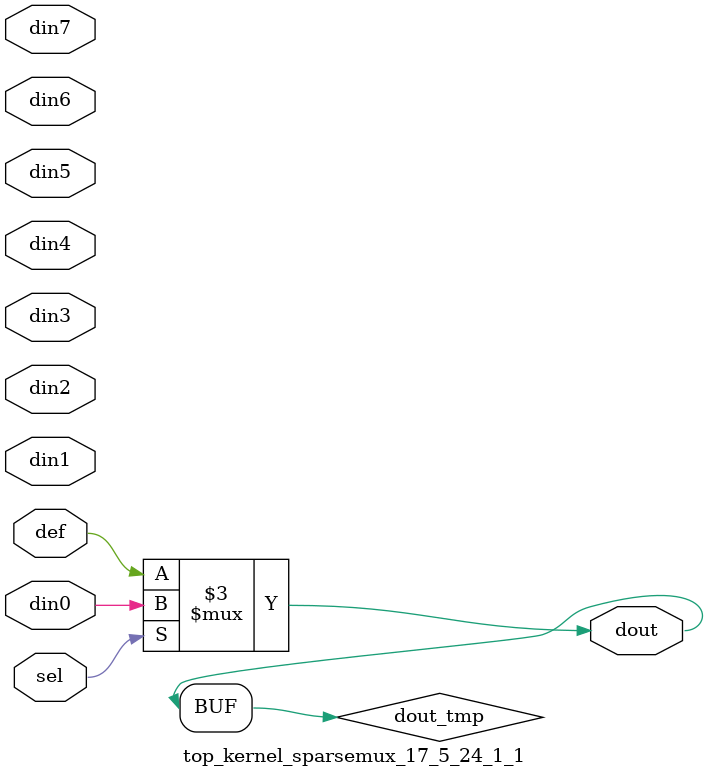
<source format=v>
`timescale 1ns / 1ps

module top_kernel_sparsemux_17_5_24_1_1 (din0,din1,din2,din3,din4,din5,din6,din7,def,sel,dout);

parameter din0_WIDTH = 1;

parameter din1_WIDTH = 1;

parameter din2_WIDTH = 1;

parameter din3_WIDTH = 1;

parameter din4_WIDTH = 1;

parameter din5_WIDTH = 1;

parameter din6_WIDTH = 1;

parameter din7_WIDTH = 1;

parameter def_WIDTH = 1;
parameter sel_WIDTH = 1;
parameter dout_WIDTH = 1;

parameter [sel_WIDTH-1:0] CASE0 = 1;

parameter [sel_WIDTH-1:0] CASE1 = 1;

parameter [sel_WIDTH-1:0] CASE2 = 1;

parameter [sel_WIDTH-1:0] CASE3 = 1;

parameter [sel_WIDTH-1:0] CASE4 = 1;

parameter [sel_WIDTH-1:0] CASE5 = 1;

parameter [sel_WIDTH-1:0] CASE6 = 1;

parameter [sel_WIDTH-1:0] CASE7 = 1;

parameter ID = 1;
parameter NUM_STAGE = 1;



input [din0_WIDTH-1:0] din0;

input [din1_WIDTH-1:0] din1;

input [din2_WIDTH-1:0] din2;

input [din3_WIDTH-1:0] din3;

input [din4_WIDTH-1:0] din4;

input [din5_WIDTH-1:0] din5;

input [din6_WIDTH-1:0] din6;

input [din7_WIDTH-1:0] din7;

input [def_WIDTH-1:0] def;
input [sel_WIDTH-1:0] sel;

output [dout_WIDTH-1:0] dout;



reg [dout_WIDTH-1:0] dout_tmp;


always @ (*) begin
(* parallel_case *) case (sel)
    
    CASE0 : dout_tmp = din0;
    
    CASE1 : dout_tmp = din1;
    
    CASE2 : dout_tmp = din2;
    
    CASE3 : dout_tmp = din3;
    
    CASE4 : dout_tmp = din4;
    
    CASE5 : dout_tmp = din5;
    
    CASE6 : dout_tmp = din6;
    
    CASE7 : dout_tmp = din7;
    
    default : dout_tmp = def;
endcase
end


assign dout = dout_tmp;



endmodule

</source>
